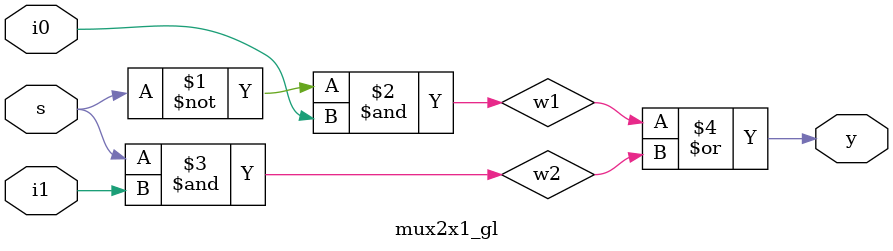
<source format=v>

module mux2x1_gl(
input i0,i1,s,
output y);

wire w1,w2;
and a1(w1,~s,i0);
and a2(w2,s,i1);
or o1(y,w1,w2);

endmodule

</source>
